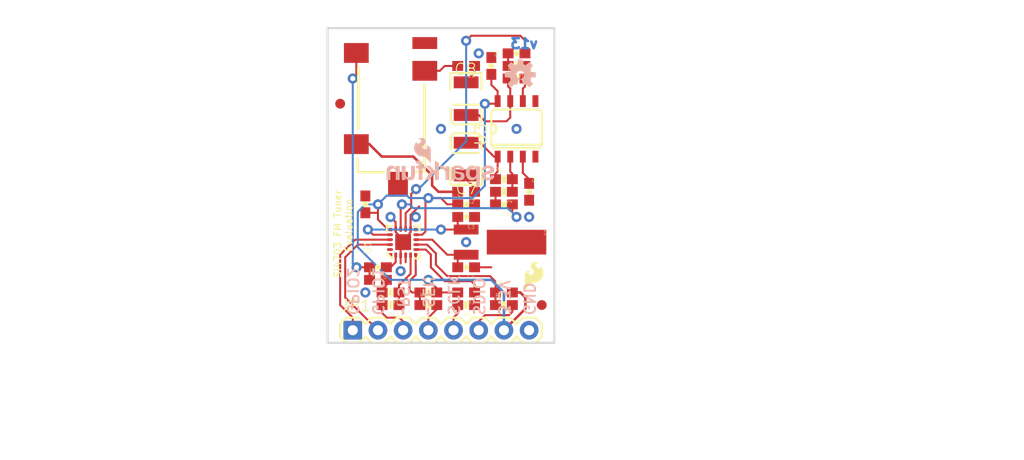
<source format=kicad_pcb>
(kicad_pcb (version 20211014) (generator pcbnew)
  (layers (0 "F.Cu" signal) (31 "B.Cu" signal) (34 "B.Paste" user) (35 "F.Paste" user) (36 "B.SilkS" user "B.Silkscreen") (37 "F.SilkS" user "F.Silkscreen") (38 "B.Mask" user) (39 "F.Mask" user) (44 "Edge.Cuts" user))
  (net 0 "")
  (net 1 "GND")
  (net 2 "N$1")
  (net 3 "N$2")
  (net 4 "N$3")
  (net 5 "LA")
  (net 6 "RA")
  (net 7 "ANT")
  (net 8 "~{RST-L}")
  (net 9 "~{SEN-L}")
  (net 10 "SCLK-L")
  (net 11 "SDIO-L")
  (net 12 "N$5")
  (net 13 "N$6")
  (net 14 "N$8")
  (net 15 "N$11")
  (net 16 "N$12")
  (net 17 "N$13")
  (net 18 "N$14")
  (net 19 "LOUT")
  (net 20 "ROUT")
  (net 21 "~{RST}")
  (net 22 "~{SEN}")
  (net 23 "SCLK")
  (net 24 "SDIO")
  (net 25 "GPIO1")
  (net 26 "GPIO2")
  (net 27 "3.3V")
  (net 28 "N$4")
  (net 29 "N$7")
  (footprint "boardEagle:0603" (layer "F.Cu") (at 151.0411 92.9386 180)
    (fp_text reference "L3" (at -0.889 -0.762 180) (layer "F.SilkS") (effects (font (size 0.373888 0.373888) (thickness 0.032512)) (justify right top)))
    (fp_text value "Ferrite 2.5k")
    (pad "1" smd rect (at -0.85 0 180) (size 1.1 1) (layers "F.Cu" "F.Paste" "F.Mask") (net 29 "N$7"))
    (pad "2" smd rect (at 0.85 0 180) (size 1.1 1) (layers "F.Cu" "F.Paste" "F.Mask") (net 6 "RA"))
  )
  (footprint "boardEagle:REVISION" (layer "F.Cu") (at 135.8011 132.3086)
    (fp_text reference "U$1" hide)
    (fp_text value "REVISION" hide)
  )
  (footprint "boardEagle:0603-RES" (layer "F.Cu") (at 143.4211 115.7986 180)
    (fp_text reference "R1" (at -0.889 -0.762 180) (layer "F.SilkS") (effects (font (size 0.373888 0.373888) (thickness 0.032512)) (justify right top)))
    (fp_text value "10k")
    (pad "1" smd rect (at -0.85 0 180) (size 1.1 1) (layers "F.Cu" "F.Paste" "F.Mask") (net 8 "~{RST-L}"))
    (pad "2" smd rect (at 0.85 0 180) (size 1.1 1) (layers "F.Cu" "F.Paste" "F.Mask") (net 1 "GND"))
  )
  (footprint "boardEagle:0603-CAP" (layer "F.Cu") (at 153.5811 92.9386 -90)
    (fp_text reference "C6" (at -0.889 -0.762 -90) (layer "F.SilkS") (effects (font (size 0.373888 0.373888) (thickness 0.032512)) (justify left bottom)))
    (fp_text value "0.1uF")
    (pad "1" smd rect (at -0.85 0 270) (size 1.1 1) (layers "F.Cu" "F.Paste" "F.Mask") (net 1 "GND"))
    (pad "2" smd rect (at 0.85 0 270) (size 1.1 1) (layers "F.Cu" "F.Paste" "F.Mask") (net 27 "3.3V"))
  )
  (footprint "boardEagle:0603-CAP" (layer "F.Cu") (at 140.8811 106.9086 90)
    (fp_text reference "C2" (at -0.889 -0.762 90) (layer "F.SilkS") (effects (font (size 0.373888 0.373888) (thickness 0.032512)) (justify left bottom)))
    (fp_text value "22nF")
    (pad "1" smd rect (at -0.85 0 90) (size 1.1 1) (layers "F.Cu" "F.Paste" "F.Mask") (net 27 "3.3V"))
    (pad "2" smd rect (at 0.85 0 90) (size 1.1 1) (layers "F.Cu" "F.Paste" "F.Mask") (net 1 "GND"))
  )
  (footprint "boardEagle:0603-RES" (layer "F.Cu") (at 154.8511 117.0686)
    (fp_text reference "R9" (at -0.889 -0.762) (layer "F.SilkS") (effects (font (size 0.373888 0.373888) (thickness 0.032512)) (justify left bottom)))
    (fp_text value "330")
    (pad "1" smd rect (at -0.85 0) (size 1.1 1) (layers "F.Cu" "F.Paste" "F.Mask") (net 11 "SDIO-L"))
    (pad "2" smd rect (at 0.85 0) (size 1.1 1) (layers "F.Cu" "F.Paste" "F.Mask") (net 24 "SDIO"))
  )
  (footprint "boardEagle:0603-CAP" (layer "F.Cu") (at 151.0411 106.9086)
    (fp_text reference "C1" (at -0.889 -0.762) (layer "F.SilkS") (effects (font (size 0.373888 0.373888) (thickness 0.032512)) (justify left bottom)))
    (fp_text value "0.1uF")
    (pad "1" smd rect (at -0.85 0) (size 1.1 1) (layers "F.Cu" "F.Paste" "F.Mask") (net 27 "3.3V"))
    (pad "2" smd rect (at 0.85 0) (size 1.1 1) (layers "F.Cu" "F.Paste" "F.Mask") (net 1 "GND"))
  )
  (footprint "boardEagle:SFE-LOGO-FLAME" (layer "F.Cu") (at 156.9619 115.5243)
    (fp_text reference "JP3" hide)
    (fp_text value "LOGO-SFESK" hide)
  )
  (footprint "boardEagle:0603-CAP" (layer "F.Cu") (at 142.1511 113.2586 180)
    (fp_text reference "C5" (at -0.889 -0.762 180) (layer "F.SilkS") (effects (font (size 0.373888 0.373888) (thickness 0.032512)) (justify right top)))
    (fp_text value "1nF")
    (pad "1" smd rect (at -0.85 0 180) (size 1.1 1) (layers "F.Cu" "F.Paste" "F.Mask") (net 7 "ANT"))
    (pad "2" smd rect (at 0.85 0 180) (size 1.1 1) (layers "F.Cu" "F.Paste" "F.Mask") (net 4 "N$3"))
  )
  (footprint "boardEagle:0603-RES" (layer "F.Cu") (at 154.8511 105.6386 180)
    (fp_text reference "R4" (at -0.889 -0.762 180) (layer "F.SilkS") (effects (font (size 0.373888 0.373888) (thickness 0.032512)) (justify right top)))
    (fp_text value "20k")
    (pad "1" smd rect (at -0.85 0 180) (size 1.1 1) (layers "F.Cu" "F.Paste" "F.Mask") (net 15 "N$11"))
    (pad "2" smd rect (at 0.85 0 180) (size 1.1 1) (layers "F.Cu" "F.Paste" "F.Mask") (net 17 "N$13"))
  )
  (footprint "boardEagle:0603" (layer "F.Cu") (at 151.0411 115.7986 180)
    (fp_text reference "R3" (at -0.889 -0.762 180) (layer "F.SilkS") (effects (font (size 0.373888 0.373888) (thickness 0.032512)) (justify right top)))
    (fp_text value "4.7k")
    (pad "1" smd rect (at -0.85 0 180) (size 1.1 1) (layers "F.Cu" "F.Paste" "F.Mask") (net 10 "SCLK-L"))
    (pad "2" smd rect (at 0.85 0 180) (size 1.1 1) (layers "F.Cu" "F.Paste" "F.Mask") (net 27 "3.3V"))
  )
  (footprint "boardEagle:0603" (layer "F.Cu") (at 154.8511 115.7986)
    (fp_text reference "R8" (at -0.889 -0.762) (layer "F.SilkS") (effects (font (size 0.373888 0.373888) (thickness 0.032512)) (justify left bottom)))
    (fp_text value "4.7k")
    (pad "1" smd rect (at -0.85 0) (size 1.1 1) (layers "F.Cu" "F.Paste" "F.Mask") (net 11 "SDIO-L"))
    (pad "2" smd rect (at 0.85 0) (size 1.1 1) (layers "F.Cu" "F.Paste" "F.Mask") (net 27 "3.3V"))
  )
  (footprint "boardEagle:0603" (layer "F.Cu") (at 142.1511 114.5286)
    (fp_text reference "L1" (at -0.889 -0.762) (layer "F.SilkS") (effects (font (size 0.373888 0.373888) (thickness 0.032512)) (justify left bottom)))
    (fp_text value "270nH")
    (pad "1" smd rect (at -0.85 0) (size 1.1 1) (layers "F.Cu" "F.Paste" "F.Mask") (net 4 "N$3"))
    (pad "2" smd rect (at 0.85 0) (size 1.1 1) (layers "F.Cu" "F.Paste" "F.Mask") (net 1 "GND"))
  )
  (footprint "boardEagle:0603-RES" (layer "F.Cu") (at 143.4211 117.0686 180)
    (fp_text reference "R12" (at -0.889 -0.762 180) (layer "F.SilkS") (effects (font (size 0.373888 0.373888) (thickness 0.032512)) (justify right top)))
    (fp_text value "330")
    (pad "1" smd rect (at -0.85 0 180) (size 1.1 1) (layers "F.Cu" "F.Paste" "F.Mask") (net 8 "~{RST-L}"))
    (pad "2" smd rect (at 0.85 0 180) (size 1.1 1) (layers "F.Cu" "F.Paste" "F.Mask") (net 21 "~{RST}"))
  )
  (footprint "boardEagle:0603-RES" (layer "F.Cu") (at 147.2311 115.7986)
    (fp_text reference "R2" (at -0.889 -0.762) (layer "F.SilkS") (effects (font (size 0.373888 0.373888) (thickness 0.032512)) (justify left bottom)))
    (fp_text value "10k")
    (pad "1" smd rect (at -0.85 0) (size 1.1 1) (layers "F.Cu" "F.Paste" "F.Mask") (net 9 "~{SEN-L}"))
    (pad "2" smd rect (at 0.85 0) (size 1.1 1) (layers "F.Cu" "F.Paste" "F.Mask") (net 27 "3.3V"))
  )
  (footprint "boardEagle:FIDUCIAL-1X2" (layer "F.Cu") (at 158.6611 117.0686)
    (fp_text reference "JP4" hide)
    (fp_text value "FIDUCIAL1X2" hide)
    (pad "1" smd roundrect (at 0 0) (size 1 1) (layers "F.Cu" "F.Mask") (roundrect_rratio 0.5))
  )
  (footprint "boardEagle:0603-CAP" (layer "F.Cu") (at 151.0411 113.2586 180)
    (fp_text reference "C4" (at -0.889 -0.762 180) (layer "F.SilkS") (effects (font (size 0.373888 0.373888) (thickness 0.032512)) (justify right top)))
    (fp_text value "22pF")
    (pad "1" smd rect (at -0.85 0 180) (size 1.1 1) (layers "F.Cu" "F.Paste" "F.Mask") (net 1 "GND"))
    (pad "2" smd rect (at 0.85 0 180) (size 1.1 1) (layers "F.Cu" "F.Paste" "F.Mask") (net 2 "N$1"))
  )
  (footprint "boardEagle:EIA3528" (layer "F.Cu") (at 151.0411 102.3366 90)
    (fp_text reference "C7" (at -2.27 1.27 180) (layer "F.SilkS") (effects (font (size 1.1684 1.1684) (thickness 0.1016)) (justify right top)))
    (fp_text value "47uF")
    (pad "A" smd rect (at 1.65 0 180) (size 2.5 1.2) (layers "F.Cu" "F.Paste" "F.Mask") (net 12 "N$5"))
    (pad "C" smd rect (at -1.65 0 180) (size 2.5 1.2) (layers "F.Cu" "F.Paste" "F.Mask") (net 28 "N$4"))
  )
  (footprint "boardEagle:0603-CAP" (layer "F.Cu") (at 154.8511 106.9086 180)
    (fp_text reference "C10" (at -0.889 -0.762 180) (layer "F.SilkS") (effects (font (size 0.373888 0.373888) (thickness 0.032512)) (justify right top)))
    (fp_text value "1uF")
    (pad "1" smd rect (at -0.85 0 180) (size 1.1 1) (layers "F.Cu" "F.Paste" "F.Mask") (net 19 "LOUT"))
    (pad "2" smd rect (at 0.85 0 180) (size 1.1 1) (layers "F.Cu" "F.Paste" "F.Mask") (net 17 "N$13"))
  )
  (footprint "boardEagle:0603-RES" (layer "F.Cu") (at 147.2311 117.0686)
    (fp_text reference "R11" (at -0.889 -0.762) (layer "F.SilkS") (effects (font (size 0.373888 0.373888) (thickness 0.032512)) (justify left bottom)))
    (fp_text value "330")
    (pad "1" smd rect (at -0.85 0) (size 1.1 1) (layers "F.Cu" "F.Paste" "F.Mask") (net 9 "~{SEN-L}"))
    (pad "2" smd rect (at 0.85 0) (size 1.1 1) (layers "F.Cu" "F.Paste" "F.Mask") (net 22 "~{SEN}"))
  )
  (footprint "boardEagle:SO08-TIGHT" (layer "F.Cu") (at 156.1211 99.2886)
    (fp_text reference "U3" (at -2.921 1.778 90) (layer "F.SilkS") (effects (font (size 1.143 1.143) (thickness 0.127)) (justify left bottom)))
    (fp_text value "TPA6111")
    (pad "1" smd rect (at -1.905 2.8) (size 0.6 1.2) (layers "F.Cu" "F.Paste" "F.Mask") (net 12 "N$5"))
    (pad "2" smd rect (at -0.635 2.8) (size 0.6 1.2) (layers "F.Cu" "F.Paste" "F.Mask") (net 15 "N$11"))
    (pad "3" smd rect (at 0.635 2.8) (size 0.6 1.2) (layers "F.Cu" "F.Paste" "F.Mask") (net 14 "N$8"))
    (pad "4" smd rect (at 1.905 2.8) (size 0.6 1.2) (layers "F.Cu" "F.Paste" "F.Mask") (net 1 "GND"))
    (pad "5" smd rect (at 1.905 -2.8) (size 0.6 1.2) (layers "F.Cu" "F.Paste" "F.Mask") (net 1 "GND"))
    (pad "6" smd rect (at 0.635 -2.8) (size 0.6 1.2) (layers "F.Cu" "F.Paste" "F.Mask") (net 16 "N$12"))
    (pad "7" smd rect (at -0.635 -2.8) (size 0.6 1.2) (layers "F.Cu" "F.Paste" "F.Mask") (net 13 "N$6"))
    (pad "8" smd rect (at -1.905 -2.8) (size 0.6 1.2) (layers "F.Cu" "F.Paste" "F.Mask") (net 27 "3.3V"))
  )
  (footprint "boardEagle:AUDIO-JACK-3.5MM-SMD" (layer "F.Cu") (at 143.4211 89.1286 -90)
    (fp_text reference "U4" hide)
    (fp_text value "" hide)
    (pad "" np_thru_hole circle (at 3.5 0 270) (size 2 2) (drill 2) (layers *.Cu *.Mask))
    (pad "" np_thru_hole circle (at 10.5 0 270) (size 2 2) (drill 2) (layers *.Cu *.Mask))
    (pad "RING" smd rect (at 4.3 -3.45 270) (size 2 2.5) (layers "F.Cu" "F.Paste" "F.Mask") (net 6 "RA"))
    (pad "RSH" smd rect (at 1.5 -3.45 90) (size 1.2 2.5) (layers "F.Cu" "F.Paste" "F.Mask"))
    (pad "SLEEVE" smd rect (at 2.5 3.45 270) (size 2 2.5) (layers "F.Cu" "F.Paste" "F.Mask") (net 4 "N$3"))
    (pad "TIP" smd rect (at 11.7 3.45 270) (size 2 2.5) (layers "F.Cu" "F.Paste" "F.Mask") (net 5 "LA"))
    (pad "TSH" smd rect (at 15.75 -0.75) (size 2 2.5) (layers "F.Cu" "F.Paste" "F.Mask"))
  )
  (footprint "boardEagle:0603-RES" (layer "F.Cu") (at 154.8511 104.3686)
    (fp_text reference "R6" (at -0.889 -0.762) (layer "F.SilkS") (effects (font (size 0.373888 0.373888) (thickness 0.032512)) (justify left bottom)))
    (fp_text value "20k")
    (pad "1" smd rect (at -0.85 0) (size 1.1 1) (layers "F.Cu" "F.Paste" "F.Mask") (net 12 "N$5"))
    (pad "2" smd rect (at 0.85 0) (size 1.1 1) (layers "F.Cu" "F.Paste" "F.Mask") (net 15 "N$11"))
  )
  (footprint "boardEagle:0603-RES" (layer "F.Cu") (at 156.1211 92.9386 180)
    (fp_text reference "R5" (at -0.889 -0.762 180) (layer "F.SilkS") (effects (font (size 0.373888 0.373888) (thickness 0.032512)) (justify right top)))
    (fp_text value "20k")
    (pad "1" smd rect (at -0.85 0 180) (size 1.1 1) (layers "F.Cu" "F.Paste" "F.Mask") (net 16 "N$12"))
    (pad "2" smd rect (at 0.85 0 180) (size 1.1 1) (layers "F.Cu" "F.Paste" "F.Mask") (net 18 "N$14"))
  )
  (footprint "boardEagle:0603-CAP" (layer "F.Cu") (at 151.0411 108.1786 180)
    (fp_text reference "C3" (at -0.889 -0.762 180) (layer "F.SilkS") (effects (font (size 0.373888 0.373888) (thickness 0.032512)) (justify right top)))
    (fp_text value "22pF")
    (pad "1" smd rect (at -0.85 0 180) (size 1.1 1) (layers "F.Cu" "F.Paste" "F.Mask") (net 1 "GND"))
    (pad "2" smd rect (at 0.85 0 180) (size 1.1 1) (layers "F.Cu" "F.Paste" "F.Mask") (net 3 "N$2"))
  )
  (footprint "boardEagle:SI470X" (layer "F.Cu") (at 144.6911 110.7186 90)
    (fp_text reference "U1" (at -1.27 -3.175 90) (layer "F.SilkS") (effects (font (size 0.70104 0.70104) (thickness 0.06096)) (justify left bottom)))
    (fp_text value "SI4703")
    (pad "1" smd rect (at -1.275 -1.265 90) (size 0.34 0.34) (layers "F.Cu" "F.Paste" "F.Mask"))
    (pad "2" smd roundrect (at -1.335 -0.75) (size 0.28 0.61) (layers "F.Cu" "F.Paste" "F.Mask") (roundrect_rratio 0.475) (net 7 "ANT"))
    (pad "3" smd roundrect (at -1.335 -0.25) (size 0.28 0.61) (layers "F.Cu" "F.Paste" "F.Mask") (roundrect_rratio 0.475) (net 1 "GND"))
    (pad "4" smd roundrect (at -1.335 0.25) (size 0.28 0.61) (layers "F.Cu" "F.Paste" "F.Mask") (roundrect_rratio 0.475) (net 1 "GND"))
    (pad "5" smd roundrect (at -1.335 0.75) (size 0.28 0.61) (layers "F.Cu" "F.Paste" "F.Mask") (roundrect_rratio 0.475) (net 8 "~{RST-L}"))
    (pad "6" smd rect (at -1.265 1.265 90) (size 0.34 0.34) (layers "F.Cu" "F.Paste" "F.Mask") (net 9 "~{SEN-L}"))
    (pad "7" smd roundrect (at -0.75 1.335 270) (size 0.28 0.61) (layers "F.Cu" "F.Paste" "F.Mask") (roundrect_rratio 0.475) (net 10 "SCLK-L"))
    (pad "8" smd roundrect (at -0.25 1.335 270) (size 0.28 0.61) (layers "F.Cu" "F.Paste" "F.Mask") (roundrect_rratio 0.475) (net 11 "SDIO-L"))
    (pad "9" smd roundrect (at 0.25 1.335 270) (size 0.28 0.61) (layers "F.Cu" "F.Paste" "F.Mask") (roundrect_rratio 0.475) (net 2 "N$1"))
    (pad "10" smd roundrect (at 0.75 1.335 270) (size 0.28 0.61) (layers "F.Cu" "F.Paste" "F.Mask") (roundrect_rratio 0.475) (net 27 "3.3V"))
    (pad "11" smd rect (at 1.265 1.265 90) (size 0.34 0.34) (layers "F.Cu" "F.Paste" "F.Mask") (net 27 "3.3V"))
    (pad "12" smd roundrect (at 1.335 0.75 180) (size 0.28 0.61) (layers "F.Cu" "F.Paste" "F.Mask") (roundrect_rratio 0.475) (net 1 "GND"))
    (pad "13" smd roundrect (at 1.335 0.25 180) (size 0.28 0.61) (layers "F.Cu" "F.Paste" "F.Mask") (roundrect_rratio 0.475) (net 20 "ROUT"))
    (pad "14" smd roundrect (at 1.335 -0.25 180) (size 0.28 0.61) (layers "F.Cu" "F.Paste" "F.Mask") (roundrect_rratio 0.475) (net 19 "LOUT"))
    (pad "15" smd roundrect (at 1.335 -0.75 180) (size 0.28 0.61) (layers "F.Cu" "F.Paste" "F.Mask") (roundrect_rratio 0.475) (net 1 "GND"))
    (pad "16" smd rect (at 1.265 -1.265 90) (size 0.34 0.34) (layers "F.Cu" "F.Paste" "F.Mask") (net 27 "3.3V"))
    (pad "17" smd roundrect (at 0.75 -1.335 90) (size 0.28 0.61) (layers "F.Cu" "F.Paste" "F.Mask") (roundrect_rratio 0.475) (net 3 "N$2"))
    (pad "18" smd roundrect (at 0.25 -1.335 90) (size 0.28 0.61) (layers "F.Cu" "F.Paste" "F.Mask") (roundrect_rratio 0.475) (net 26 "GPIO2"))
    (pad "19" smd roundrect (at -0.25 -1.335 90) (size 0.28 0.61) (layers "F.Cu" "F.Paste" "F.Mask") (roundrect_rratio 0.475) (net 25 "GPIO1"))
    (pad "20" smd roundrect (at -0.75 -1.335 90) (size 0.28 0.61) (layers "F.Cu" "F.Paste" "F.Mask") (roundrect_rratio 0.475))
    (pad "21" smd roundrect (at 0 0 90) (size 1.6 1.6) (layers "F.Cu") (roundrect_rratio 0.05) (net 1 "GND"))
  )
  (footprint "boardEagle:0603" (layer "F.Cu") (at 151.0411 105.6386 180)
    (fp_text reference "L2" (at -0.889 -0.762 180) (layer "F.SilkS") (effects (font (size 0.373888 0.373888) (thickness 0.032512)) (justify right top)))
    (fp_text value "Ferrite 2.5k")
    (pad "1" smd rect (at -0.85 0 180) (size 1.1 1) (layers "F.Cu" "F.Paste" "F.Mask") (net 28 "N$4"))
    (pad "2" smd rect (at 0.85 0 180) (size 1.1 1) (layers "F.Cu" "F.Paste" "F.Mask") (net 5 "LA"))
  )
  (footprint "boardEagle:CREATIVE_COMMONS" (layer "F.Cu") (at 124.3711 129.7686)
    (fp_text reference "FRAME2" hide)
    (fp_text value "FRAME-LETTER" hide)
  )
  (footprint "boardEagle:FIDUCIAL-1X2" (layer "F.Cu") (at 138.3411 96.7486)
    (fp_text reference "JP5" hide)
    (fp_text value "FIDUCIAL1X2" hide)
    (pad "1" smd roundrect (at 0 0) (size 1 1) (layers "F.Cu" "F.Mask") (roundrect_rratio 0.5))
  )
  (footprint "boardEagle:1X08" (layer "F.Cu") (at 139.6111 119.6086)
    (fp_text reference "JP1" (at -1.3462 -1.8288) (layer "F.SilkS") (effects (font (size 1.143 1.143) (thickness 0.127)) (justify left bottom)))
    (fp_text value "")
    (pad "1" thru_hole rect (at 0 0 90) (size 1.8796 1.8796) (drill 1.016) (layers *.Cu *.Mask) (net 26 "GPIO2"))
    (pad "2" thru_hole circle (at 2.54 0 90) (size 1.8796 1.8796) (drill 1.016) (layers *.Cu *.Mask) (net 25 "GPIO1"))
    (pad "3" thru_hole circle (at 5.08 0 90) (size 1.8796 1.8796) (drill 1.016) (layers *.Cu *.Mask) (net 21 "~{RST}"))
    (pad "4" thru_hole circle (at 7.62 0 90) (size 1.8796 1.8796) (drill 1.016) (layers *.Cu *.Mask) (net 22 "~{SEN}"))
    (pad "5" thru_hole circle (at 10.16 0 90) (size 1.8796 1.8796) (drill 1.016) (layers *.Cu *.Mask) (net 23 "SCLK"))
    (pad "6" thru_hole circle (at 12.7 0 90) (size 1.8796 1.8796) (drill 1.016) (layers *.Cu *.Mask) (net 24 "SDIO"))
    (pad "7" thru_hole circle (at 15.24 0 90) (size 1.8796 1.8796) (drill 1.016) (layers *.Cu *.Mask) (net 27 "3.3V"))
    (pad "8" thru_hole circle (at 17.78 0 90) (size 1.8796 1.8796) (drill 1.016) (layers *.Cu *.Mask) (net 1 "GND"))
  )
  (footprint "boardEagle:0603-RES" (layer "F.Cu") (at 151.0411 117.0686 180)
    (fp_text reference "R10" (at -0.889 -0.762 180) (layer "F.SilkS") (effects (font (size 0.373888 0.373888) (thickness 0.032512)) (justify right top)))
    (fp_text value "330")
    (pad "1" smd rect (at -0.85 0 180) (size 1.1 1) (layers "F.Cu" "F.Paste" "F.Mask") (net 10 "SCLK-L"))
    (pad "2" smd rect (at 0.85 0 180) (size 1.1 1) (layers "F.Cu" "F.Paste" "F.Mask") (net 23 "SCLK"))
  )
  (footprint "boardEagle:CRYSTAL-32KHZ-SMD" (layer "F.Cu") (at 151.0411 110.7186 -90)
    (fp_text reference "Y1" (at -0.635 -8.255 -90) (layer "F.SilkS") (effects (font (size 0.373888 0.373888) (thickness 0.032512)) (justify left bottom)))
    (fp_text value "32.768kHz")
    (pad "SHEILD" smd rect (at 0 -5.08 270) (size 2.5 6) (layers "F.Cu" "F.Paste" "F.Mask"))
    (pad "X1" smd rect (at -1.27 0 270) (size 1 2.5) (layers "F.Cu" "F.Paste" "F.Mask") (net 3 "N$2"))
    (pad "X2" smd rect (at 1.27 0 270) (size 1 2.5) (layers "F.Cu" "F.Paste" "F.Mask") (net 2 "N$1"))
  )
  (footprint "boardEagle:0603-CAP" (layer "F.Cu") (at 157.3911 105.6386 -90)
    (fp_text reference "C9" (at -0.889 -0.762 -90) (layer "F.SilkS") (effects (font (size 0.373888 0.373888) (thickness 0.032512)) (justify left bottom)))
    (fp_text value "0.1uF")
    (pad "1" smd rect (at -0.85 0 270) (size 1.1 1) (layers "F.Cu" "F.Paste" "F.Mask") (net 14 "N$8"))
    (pad "2" smd rect (at 0.85 0 270) (size 1.1 1) (layers "F.Cu" "F.Paste" "F.Mask") (net 1 "GND"))
  )
  (footprint "boardEagle:0603-RES" (layer "F.Cu") (at 156.1211 94.2086)
    (fp_text reference "R7" (at -0.889 -0.762) (layer "F.SilkS") (effects (font (size 0.373888 0.373888) (thickness 0.032512)) (justify left bottom)))
    (fp_text value "20k")
    (pad "1" smd rect (at -0.85 0) (size 1.1 1) (layers "F.Cu" "F.Paste" "F.Mask") (net 13 "N$6"))
    (pad "2" smd rect (at 0.85 0) (size 1.1 1) (layers "F.Cu" "F.Paste" "F.Mask") (net 16 "N$12"))
  )
  (footprint "boardEagle:0603-CAP" (layer "F.Cu") (at 156.1211 91.6686 180)
    (fp_text reference "C11" (at -0.889 -0.762 180) (layer "F.SilkS") (effects (font (size 0.373888 0.373888) (thickness 0.032512)) (justify right top)))
    (fp_text value "1uF")
    (pad "1" smd rect (at -0.85 0 180) (size 1.1 1) (layers "F.Cu" "F.Paste" "F.Mask") (net 20 "ROUT"))
    (pad "2" smd rect (at 0.85 0 180) (size 1.1 1) (layers "F.Cu" "F.Paste" "F.Mask") (net 18 "N$14"))
  )
  (footprint "boardEagle:EIA3528" (layer "F.Cu") (at 151.0411 96.2406 -90)
    (fp_text reference "C8" (at -2.27 1.27) (layer "F.SilkS") (effects (font (size 1.1684 1.1684) (thickness 0.1016)) (justify left bottom)))
    (fp_text value "47uF")
    (pad "A" smd rect (at 1.65 0) (size 2.5 1.2) (layers "F.Cu" "F.Paste" "F.Mask") (net 13 "N$6"))
    (pad "C" smd rect (at -1.65 0) (size 2.5 1.2) (layers "F.Cu" "F.Paste" "F.Mask") (net 29 "N$7"))
  )
  (footprint "boardEagle:SFE_LOGO_NAME_FLAME_.1" (layer "B.Cu") (at 154.3431 105.3846 180)
    (fp_text reference "LOGO1" hide)
    (fp_text value "SFE_LOGO_NAME_FLAME.1_INCH" hide)
  )
  (footprint "boardEagle:OSHW-LOGO-S" (layer "B.Cu") (at 156.5021 93.8276 180)
    (fp_text reference "LOGO2" hide)
    (fp_text value "OSHW-LOGOS" hide)
  )
  (gr_line (start 137.0711 89.1286) (end 137.0711 120.8786) (layer "Edge.Cuts") (width 0.2032))
  (gr_line (start 159.9311 89.1286) (end 137.0711 89.1286) (layer "Edge.Cuts") (width 0.2032))
  (gr_line (start 159.9311 120.8786) (end 159.9311 89.1286) (layer "Edge.Cuts") (width 0.2032))
  (gr_line (start 137.0711 120.8786) (end 159.9311 120.8786) (layer "Edge.Cuts") (width 0.2032))
  (gr_text "v13" (at 158.4071 91.2876) (layer "B.Cu") (effects (font (size 1.016 1.016) (thickness 0.254)) (justify left bottom mirror)))
  (gr_text "SCLK" (at 149.1361 118.2116 -90) (layer "B.SilkS") (effects (font (size 1.0795 1.0795) (thickness 0.1905)) (justify left bottom mirror)))
  (gr_text "GPIO1" (at 141.5161 118.2116 -90) (layer "B.SilkS") (effects (font (size 1.0795 1.0795) (thickness 0.1905)) (justify left bottom mirror)))
  (gr_text "~RST" (at 144.0561 118.2116 -90) (layer "B.SilkS") (effects (font (size 1.0795 1.0795) (thickness 0.1905)) (justify left bottom mirror)))
  (gr_text "GND" (at 156.7561 118.2116 -90) (layer "B.SilkS") (effects (font (size 1.0795 1.0795) (thickness 0.1905)) (justify left bottom mirror)))
  (gr_text "3.3V" (at 154.2161 118.2116 -90) (layer "B.SilkS") (effects (font (size 1.0795 1.0795) (thickness 0.1905)) (justify left bottom mirror)))
  (gr_text "SDIO" (at 151.6761 118.2116 -90) (layer "B.SilkS") (effects (font (size 1.0795 1.0795) (thickness 0.1905)) (justify left bottom mirror)))
  (gr_text "GPIO2" (at 138.9761 118.2116 -90) (layer "B.SilkS") (effects (font (size 1.0795 1.0795) (thickness 0.1905)) (justify left bottom mirror)))
  (gr_text "~SEN" (at 146.5961 118.2116 -90) (layer "B.SilkS") (effects (font (size 1.0795 1.0795) (thickness 0.1905)) (justify left bottom mirror)))
  (gr_text "Si4703 FM Tuner\n     Evaluation" (at 139.6111 114.4016 90) (layer "F.SilkS") (effects (font (size 0.69088 0.69088) (thickness 0.12192)) (justify left bottom)))
  (segment (start 144.9411 112.0536) (end 144.9451 112.0576) (width 0.2032) (layer "F.Cu") (net 1))
  (segment (start 142.5711 115.5056) (end 143.0011 115.0756) (width 0.2032) (layer "F.Cu") (net 1))
  (segment (start 144.9451 112.0576) (end 144.9451 112.7506) (width 0.2032) (layer "F.Cu") (net 1))
  (segment (start 144.4371 112.0496) (end 144.4371 112.8776) (width 0.2032) (layer "F.Cu") (net 1))
  (segment (start 144.6911 110.7186) (end 144.1831 110.2106) (width 0.2032) (layer "F.Cu") (net 1))
  (segment (start 145.3261 110.0836) (end 145.3261 109.8296) (width 0.2032) (layer "F.Cu") (net 1))
  (segment (start 144.6911 110.9726) (end 144.6911 110.7186) (width 0.2032) (layer "F.Cu") (net 1))
  (segment (start 144.4411 112.0536) (end 144.4371 112.0496) (width 0.2032) (layer "F.Cu") (net 1))
  (segment (start 144.6911 110.7186) (end 145.3261 110.0836) (width 0.2032) (layer "F.Cu") (net 1))
  (segment (start 142.5711 115.7986) (end 142.5711 115.5056) (width 0.2032) (layer "F.Cu") (net 1))
  (segment (start 144.4371 111.2266) (end 144.6911 110.9726) (width 0.2032) (layer "F.Cu") (net 1))
  (segment (start 145.4411 109.7146) (end 145.4411 109.3836) (width 0.2032) (layer "F.Cu") (net 1))
  (segment (start 143.9291 109.4486) (end 143.9291 108.6866) (width 0.2032) (layer "F.Cu") (net 1))
  (segment (start 145.3261 109.8296) (end 145.4411 109.7146) (width 0.2032) (layer "F.Cu") (net 1))
  (segment (start 151.8911 113.2586) (end 153.5811 113.2586) (width 0.2032) (layer "F.Cu") (net 1))
  (segment (start 143.9411 109.7146) (end 144.1831 109.9566) (width 0.2032) (layer "F.Cu") (net 1))
  (segment (start 145.4411 107.9773) (end 146.3091 107.1093) (width 0.2032) (layer "F.Cu") (net 1))
  (segment (start 143.9411 109.7146) (end 143.9411 109.3836) (width 0.2032) (layer "F.Cu") (net 1))
  (segment (start 143.9411 109.4366) (end 143.9291 109.4486) (width 0.2032) (layer "F.Cu") (net 1))
  (segment (start 143.9291 108.6866) (end 143.4211 108.1786) (width 0.2032) (layer "F.Cu") (net 1))
  (segment (start 145.4411 109.3836) (end 145.4411 107.9773) (width 0.2032) (layer "F.Cu") (net 1))
  (segment (start 144.4371 112.0496) (end 144.4371 111.2266) (width 0.2032) (layer "F.Cu") (net 1))
  (segment (start 143.9411 109.3836) (end 143.9411 109.4366) (width 0.2032) (layer "F.Cu") (net 1))
  (segment (start 143.0011 114.5286) (end 143.0011 115.0756) (width 0.2032) (layer "F.Cu") (net 1))
  (via (at 156.1211 99.2886) (size 1.016) (drill 0.508) (layers "F.Cu" "B.Cu") (net 1))
  (via (at 151.0411 110.7186) (size 1.016) (drill 0.508) (layers "F.Cu" "B.Cu") (net 1))
  (via (at 140.8811 115.7986) (size 1.016) (drill 0.508) (layers "F.Cu" "B.Cu") (net 1))
  (via (at 143.4211 108.1786) (size 1.016) (drill 0.508) (layers "F.Cu" "B.Cu") (net 1))
  (via (at 157.3911 108.1786) (size 1.016) (drill 0.508) (layers "F.Cu" "B.Cu") (net 1))
  (via (at 152.3111 91.6686) (size 1.016) (drill 0.508) (layers "F.Cu" "B.Cu") (net 1))
  (via (at 148.5011 99.2886) (size 1.016) (drill 0.508) (layers "F.Cu" "B.Cu") (net 1))
  (via (at 145.9611 108.1786) (size 1.016) (drill 0.508) (layers "F.Cu" "B.Cu") (net 1))
  (via (at 144.4371 113.6396) (size 1.016) (drill 0.508) (layers "F.Cu" "B.Cu") (net 1))
  (segment (start 149.1361 111.9886) (end 150.2791 111.9886) (width 0.2032) (layer "F.Cu") (net 2))
  (segment (start 150.1911 113.2586) (end 150.1911 112.0766) (width 0.2032) (layer "F.Cu") (net 2))
  (segment (start 150.1911 112.0766) (end 150.2791 111.9886) (width 0.2032) (layer "F.Cu") (net 2))
  (segment (start 147.6161 110.4686) (end 149.1361 111.9886) (width 0.2032) (layer "F.Cu") (net 2))
  (segment (start 146.0261 110.4686) (end 147.6161 110.4686) (width 0.2032) (layer "F.Cu") (net 2))
  (segment (start 150.2791 111.9886) (end 151.0411 111.9886) (width 0.2032) (layer "F.Cu") (net 2))
  (segment (start 141.1351 109.4486) (end 141.6551 109.9686) (width 0.2032) (layer "F.Cu") (net 3))
  (segment (start 150.1911 108.1786) (end 150.1911 109.3606) (width 0.2032) (layer "F.Cu") (net 3))
  (segment (start 150.1911 109.3606) (end 150.2791 109.4486) (width 0.2032) (layer "F.Cu") (net 3))
  (segment (start 141.6551 109.9686) (end 143.3561 109.9686) (width 0.2032) (layer "F.Cu") (net 3))
  (segment (start 150.2791 109.4486) (end 148.5011 109.4486) (width 0.2032) (layer "F.Cu") (net 3))
  (segment (start 151.0411 109.4486) (end 150.2791 109.4486) (width 0.2032) (layer "F.Cu") (net 3))
  (via (at 141.1351 109.4486) (size 1.016) (drill 0.508) (layers "F.Cu" "B.Cu") (net 3))
  (via (at 148.5011 109.4486) (size 1.016) (drill 0.508) (layers "F.Cu" "B.Cu") (net 3))
  (segment (start 148.5011 109.4486) (end 141.1351 109.4486) (width 0.2032) (layer "B.Cu") (net 3))
  (segment (start 139.9711 91.6286) (end 139.9711 93.8486) (width 0.2032) (layer "F.Cu") (net 4))
  (segment (start 141.3011 113.2586) (end 139.9921 113.2586) (width 0.2032) (layer "F.Cu") (net 4))
  (segment (start 139.9711 93.8486) (end 139.6111 94.2086) (width 0.2032) (layer "F.Cu") (net 4))
  (segment (start 141.3011 114.5286) (end 141.3011 113.2586) (width 0.2032) (layer "F.Cu") (net 4))
  (via (at 139.6111 94.2086) (size 1.016) (drill 0.508) (layers "F.Cu" "B.Cu") (net 4))
  (via (at 139.9921 113.2586) (size 1.016) (drill 0.508) (layers "F.Cu" "B.Cu") (net 4))
  (segment (start 139.9921 113.2586) (end 139.6111 112.8776) (width 0.2032) (layer "B.Cu") (net 4))
  (segment (start 139.6111 112.8776) (end 139.6111 94.2086) (width 0.2032) (layer "B.Cu") (net 4))
  (segment (start 142.5321 102.0826) (end 145.7071 102.0826) (width 0.254) (layer "F.Cu") (net 5))
  (segment (start 139.9711 100.8286) (end 141.2781 100.8286) (width 0.254) (layer "F.Cu") (net 5))
  (segment (start 147.6121 103.9876) (end 147.6121 105.0036) (width 0.254) (layer "F.Cu") (net 5))
  (segment (start 145.7071 102.0826) (end 147.6121 103.9876) (width 0.254) (layer "F.Cu") (net 5))
  (segment (start 141.2781 100.8286) (end 142.5321 102.0826) (width 0.254) (layer "F.Cu") (net 5))
  (segment (start 148.2471 105.6386) (end 150.1911 105.6386) (width 0.254) (layer "F.Cu") (net 5))
  (segment (start 147.6121 105.0036) (end 148.2471 105.6386) (width 0.254) (layer "F.Cu") (net 5))
  (segment (start 146.8711 93.4286) (end 148.3921 93.4286) (width 0.2032) (layer "F.Cu") (net 6))
  (segment (start 150.1911 92.9386) (end 148.8821 92.9386) (width 0.2032) (layer "F.Cu") (net 6))
  (segment (start 148.8821 92.9386) (end 148.3921 93.4286) (width 0.2032) (layer "F.Cu") (net 6))
  (segment (start 143.9411 112.0536) (end 143.9411 112.7386) (width 0.2032) (layer "F.Cu") (net 7))
  (segment (start 143.9411 112.7386) (end 143.4211 113.2586) (width 0.2032) (layer "F.Cu") (net 7))
  (segment (start 143.4211 113.2586) (end 143.0011 113.2586) (width 0.2032) (layer "F.Cu") (net 7))
  (segment (start 145.4411 112.0536) (end 145.4411 113.9056) (width 0.2032) (layer "F.Cu") (net 8))
  (segment (start 144.2711 115.7986) (end 144.2711 115.0756) (width 0.2032) (layer "F.Cu") (net 8))
  (segment (start 144.2711 115.7986) (end 144.2711 117.0686) (width 0.2032) (layer "F.Cu") (net 8))
  (segment (start 145.4411 113.9056) (end 144.2711 115.0756) (width 0.2032) (layer "F.Cu") (net 8))
  (segment (start 145.9611 114.0206) (end 145.9611 113.3856) (width 0.2032) (layer "F.Cu") (net 9))
  (segment (start 146.3811 115.7986) (end 145.5801 115.7986) (width 0.2032) (layer "F.Cu") (net 9))
  (segment (start 145.3261 115.5446) (end 145.3261 114.6556) (width 0.2032) (layer "F.Cu") (net 9))
  (segment (start 145.5801 115.7986) (end 145.3261 115.5446) (width 0.2032) (layer "F.Cu") (net 9))
  (segment (start 145.3261 114.6556) (end 145.9611 114.0206) (width 0.2032) (layer "F.Cu") (net 9))
  (segment (start 146.3811 115.7986) (end 146.3811 117.0686) (width 0.2032) (layer "F.Cu") (net 9))
  (segment (start 145.9611 113.3856) (end 145.9561 113.3806) (width 0.2032) (layer "F.Cu") (net 9))
  (segment (start 145.9561 113.3806) (end 145.9561 111.9836) (width 0.2032) (layer "F.Cu") (net 9))
  (segment (start 147.4851 111.9886) (end 147.4851 113.2586) (width 0.2032) (layer "F.Cu") (net 10))
  (segment (start 151.8911 117.0686) (end 151.8911 115.7986) (width 0.2032) (layer "F.Cu") (net 10))
  (segment (start 147.4851 113.2586) (end 148.8821 114.6556) (width 0.2032) (layer "F.Cu") (net 10))
  (segment (start 148.8821 114.6556) (end 151.5491 114.6556) (width 0.2032) (layer "F.Cu") (net 10))
  (segment (start 151.8911 115.7986) (end 151.8911 114.9976) (width 0.2032) (layer "F.Cu") (net 10))
  (segment (start 147.4851 111.9886) (end 146.9651 111.4686) (width 0.2032) (layer "F.Cu") (net 10))
  (segment (start 151.8911 114.9976) (end 151.5491 114.6556) (width 0.2032) (layer "F.Cu") (net 10))
  (segment (start 146.9651 111.4686) (end 146.0261 111.4686) (width 0.2032) (layer "F.Cu") (net 10))
  (segment (start 147.9931 113.0046) (end 149.1361 114.1476) (width 0.2032) (layer "F.Cu") (net 11))
  (segment (start 154.0011 115.7986) (end 154.0011 114.6946) (width 0.2032) (layer "F.Cu") (net 11))
  (segment (start 153.4541 114.1476) (end 154.0011 114.6946) (width 0.2032) (layer "F.Cu") (net 11))
  (segment (start 147.9931 111.8616) (end 147.9931 113.0046) (width 0.2032) (layer "F.Cu") (net 11))
  (segment (start 149.1361 114.1476) (end 153.4541 114.1476) (width 0.2032) (layer "F.Cu") (net 11))
  (segment (start 147.9931 111.8616) (end 147.1001 110.9686) (width 0.2032) (layer "F.Cu") (net 11))
  (segment (start 154.0011 117.0686) (end 154.0011 115.7986) (width 0.2032) (layer "F.Cu") (net 11))
  (segment (start 147.1001 110.9686) (end 146.0261 110.9686) (width 0.2032) (layer "F.Cu") (net 11))
  (segment (start 153.8411 102.0886) (end 153.642 101.8895) (width 0.2032) (layer "F.Cu") (net 12))
  (segment (start 151.0411 100.6866) (end 152.4391 100.6866) (width 0.2032) (layer "F.Cu") (net 12))
  (segment (start 153.5811 101.8286) (end 153.642 101.8895) (width 0.2032) (layer "F.Cu") (net 12))
  (segment (start 154.2161 102.0886) (end 153.8411 102.0886) (width 0.2032) (layer "F.Cu") (net 12))
  (segment (start 154.2161 103.6066) (end 154.0011 103.8216) (width 0.2032) (layer "F.Cu") (net 12))
  (segment (start 152.4391 100.6866) (end 153.5811 101.8286) (width 0.2032) (layer "F.Cu") (net 12))
  (segment (start 154.0011 104.3686) (end 154.0011 103.8216) (width 0.2032) (layer "F.Cu") (net 12))
  (segment (start 154.2161 102.0886) (end 154.2161 103.6066) (width 0.2032) (layer "F.Cu") (net 12))
  (segment (start 155.4861 95.2246) (end 155.4861 96.4886) (width 0.2032) (layer "F.Cu") (net 13))
  (segment (start 155.2711 94.2086) (end 155.2711 95.0096) (width 0.2032) (layer "F.Cu") (net 13))
  (segment (start 152.9461 98.5266) (end 155.1051 98.5266) (width 0.2032) (layer "F.Cu") (net 13))
  (segment (start 155.1051 98.5266) (end 155.4861 98.1456) (width 0.2032) (layer "F.Cu") (net 13))
  (segment (start 151.0411 97.8906) (end 152.3101 97.8906) (width 0.2032) (layer "F.Cu") (net 13))
  (segment (start 152.3101 97.8906) (end 152.9461 98.5266) (width 0.2032) (layer "F.Cu") (net 13))
  (segment (start 155.2711 95.0096) (end 155.4861 95.2246) (width 0.2032) (layer "F.Cu") (net 13))
  (segment (start 155.4861 98.1456) (end 155.4861 96.4886) (width 0.2032) (layer "F.Cu") (net 13))
  (segment (start 157.3911 104.3686) (end 157.3911 104.7886) (width 0.2032) (layer "F.Cu") (net 14))
  (segment (start 156.7561 102.0886) (end 156.7561 103.7336) (width 0.2032) (layer "F.Cu") (net 14))
  (segment (start 156.7561 103.7336) (end 157.3911 104.3686) (width 0.2032) (layer "F.Cu") (net 14))
  (segment (start 155.7011 104.3686) (end 155.7011 105.6386) (width 0.2032) (layer "F.Cu") (net 15))
  (segment (start 155.4861 103.6066) (end 155.7011 103.8216) (width 0.2032) (layer "F.Cu") (net 15))
  (segment (start 155.4861 102.0886) (end 155.4861 103.6066) (width 0.2032) (layer "F.Cu") (net 15))
  (segment (start 155.7011 104.3686) (end 155.7011 103.8216) (width 0.2032) (layer "F.Cu") (net 15))
  (segment (start 156.9711 92.9386) (end 156.9711 94.2086) (width 0.2032) (layer "F.Cu") (net 16))
  (segment (start 156.7561 96.4886) (end 156.7561 95.2246) (width 0.2032) (layer "F.Cu") (net 16))
  (segment (start 156.9711 95.0096) (end 156.7561 95.2246) (width 0.2032) (layer "F.Cu") (net 16))
  (segment (start 156.9711 94.2086) (end 156.9711 95.0096) (width 0.2032) (layer "F.Cu") (net 16))
  (segment (start 154.0011 105.6386) (end 154.0011 106.9086) (width 0.2032) (layer "F.Cu") (net 17))
  (segment (start 155.2711 92.9386) (end 155.2711 91.6686) (width 0.2032) (layer "F.Cu") (net 18))
  (segment (start 155.7011 106.9086) (end 155.7011 107.7586) (width 0.2032) (layer "F.Cu") (net 19))
  (segment (start 155.7011 107.7586) (end 156.1211 108.1786) (width 0.2032) (layer "F.Cu") (net 19))
  (segment (start 144.4411 109.3836) (end 144.4411 107.0316) (width 0.2032) (layer "F.Cu") (net 19))
  (segment (start 144.4411 107.0316) (end 144.5641 106.9086) (width 0.2032) (layer "F.Cu") (net 19))
  (via (at 156.1211 108.1786) (size 1.016) (drill 0.508) (layers "F.Cu" "B.Cu") (net 19))
  (via (at 144.5641 106.9086) (size 1.016) (drill 0.508) (layers "F.Cu" "B.Cu") (net 19))
  (segment (start 155.8671 107.9246) (end 156.1211 108.1786) (width 0.2032) (layer "B.Cu") (net 19))
  (segment (start 155.2321 107.2896) (end 156.1211 108.1786) (width 0.2032) (layer "B.Cu") (net 19))
  (segment (start 145.7071 107.2896) (end 155.2321 107.2896) (width 0.2032) (layer "B.Cu") (net 19))
  (segment (start 144.5641 106.9086) (end 145.3261 106.9086) (width 0.2032) (layer "B.Cu") (net 19))
  (segment (start 145.3261 106.9086) (end 145.7071 107.2896) (width 0.2032) (layer "B.Cu") (net 19))
  (segment (start 144.9411 109.3836) (end 144.9411 107.8016) (width 0.2032) (layer "F.Cu") (net 20))
  (segment (start 156.9711 91.6686) (end 156.9711 90.3596) (width 0.2032) (layer "F.Cu") (net 20))
  (segment (start 145.5039 107.2388) (end 144.9411 107.8016) (width 0.2032) (layer "F.Cu") (net 20))
  (segment (start 151.5491 89.8906) (end 151.0411 90.3986) (width 0.2032) (layer "F.Cu") (net 20))
  (segment (start 145.5039 105.8519) (end 145.9941 105.3617) (width 0.2032) (layer "F.Cu") (net 20))
  (segment (start 145.5039 105.8519) (end 145.5039 107.2388) (width 0.2032) (layer "F.Cu") (net 20))
  (segment (start 156.5021 89.8906) (end 151.5491 89.8906) (width 0.2032) (layer "F.Cu") (net 20))
  (segment (start 156.9711 90.3596) (end 156.5021 89.8906) (width 0.2032) (layer "F.Cu") (net 20))
  (via (at 145.9941 105.3617) (size 1.016) (drill 0.508) (layers "F.Cu" "B.Cu") (net 20))
  (via (at 151.0411 90.3986) (size 1.016) (drill 0.508) (layers "F.Cu" "B.Cu") (net 20))
  (segment (start 145.9941 105.3617) (end 146.238 105.3617) (width 0.2032) (layer "B.Cu") (net 20))
  (segment (start 151.0411 100.5586) (end 151.0411 90.3986) (width 0.2032) (layer "B.Cu") (net 20))
  (segment (start 146.238 105.3617) (end 151.0411 100.5586) (width 0.2032) (layer "B.Cu") (net 20))
  (segment (start 144.6911 118.7196) (end 144.6911 119.6086) (width 0.2032) (layer "F.Cu") (net 21))
  (segment (start 142.5711 117.0686) (end 142.5711 117.8696) (width 0.2032) (layer "F.Cu") (net 21))
  (segment (start 142.5711 117.8696) (end 143.0401 118.3386) (width 0.2032) (layer "F.Cu") (net 21))
  (segment (start 144.3101 118.3386) (end 144.6911 118.7196) (width 0.2032) (layer "F.Cu") (net 21))
  (segment (start 143.0401 118.3386) (end 144.3101 118.3386) (width 0.2032) (layer "F.Cu") (net 21))
  (segment (start 147.2311 118.3386) (end 147.2311 119.6086) (width 0.2032) (layer "F.Cu") (net 22))
  (segment (start 148.0811 117.0686) (end 148.0811 117.4886) (width 0.2032) (layer "F.Cu") (net 22))
  (segment (start 148.0811 117.4886) (end 147.2311 118.3386) (width 0.2032) (layer "F.Cu") (net 22))
  (segment (start 150.1911 117.0686) (end 150.1911 117.9186) (width 0.2032) (layer "F.Cu") (net 23))
  (segment (start 150.1911 117.9186) (end 149.7711 118.3386) (width 0.2032) (layer "F.Cu") (net 23))
  (segment (start 149.7711 118.3386) (end 149.7711 119.6086) (width 0.2032) (layer "F.Cu") (net 23))
  (segment (start 155.7011 117.0686) (end 155.7011 117.7426) (width 0.2032) (layer "F.Cu") (net 24))
  (segment (start 155.3591 118.0846) (end 152.9461 118.0846) (width 0.2032) (layer "F.Cu") (net 24))
  (segment (start 155.7011 117.7426) (end 155.3591 118.0846) (width 0.2032) (layer "F.Cu") (net 24))
  (segment (start 152.3111 118.7196) (end 152.3111 119.6086) (width 0.2032) (layer "F.Cu") (net 24))
  (segment (start 152.9461 118.0846) (end 152.3111 118.7196) (width 0.2032) (layer "F.Cu") (net 24))
  (segment (start 138.8491 112.2426) (end 140.1231 110.9686) (width 0.2032) (layer "F.Cu") (net 25))
  (segment (start 138.8491 116.3066) (end 142.1511 119.6086) (width 0.2032) (layer "F.Cu") (net 25))
  (segment (start 138.8491 116.3066) (end 138.8491 112.2426) (width 0.2032) (layer "F.Cu") (net 25))
  (segment (start 140.1231 110.9686) (end 143.3561 110.9686) (width 0.2032) (layer "F.Cu") (net 25))
  (segment (start 139.6111 119.6086) (end 139.6111 118.3386) (width 0.2032) (layer "F.Cu") (net 26))
  (segment (start 139.6111 118.3386) (end 138.3411 117.0686) (width 0.2032) (layer "F.Cu") (net 26))
  (segment (start 138.3411 117.0686) (end 138.3411 111.9886) (width 0.2032) (layer "F.Cu") (net 26))
  (segment (start 139.8611 110.4686) (end 143.3561 110.4686) (width 0.2032) (layer "F.Cu") (net 26))
  (segment (start 138.3411 111.9886) (end 139.8611 110.4686) (width 0.2032) (layer "F.Cu") (net 26))
  (segment (start 153.5811 94.8436) (end 153.5811 93.7886) (width 0.2032) (layer "F.Cu") (net 27))
  (segment (start 146.939 109.6493) (end 146.6197 109.9686) (width 0.2032) (layer "F.Cu") (net 27))
  (segment (start 148.0811 115.7986) (end 148.0811 115.3786) (width 0.2032) (layer "F.Cu") (net 27))
  (segment (start 154.2161 96.4886) (end 154.2161 95.4786) (width 0.2032) (layer "F.Cu") (net 27))
  (segment (start 146.939 106.5657) (end 146.939 109.4486) (width 0.2032) (layer "F.Cu") (net 27))
  (segment (start 142.1121 107.7586) (end 142.1511 107.7976) (width 0.2032) (layer "F.Cu") (net 27))
  (segment (start 154.2161 95.4786) (end 153.5811 94.8436) (width 0.2032) (layer "F.Cu") (net 27))
  (segment (start 140.8811 107.7586) (end 142.1121 107.7586) (width 0.2032) (layer "F.Cu") (net 27))
  (segment (start 154.1399 96.5648) (end 154.2161 96.4886) (width 0.2032) (layer "F.Cu") (net 27))
  (segment (start 143.4261 109.4536) (end 143.4211 109.4486) (width 0.2032) (layer "F.Cu") (net 27))
  (segment (start 142.1511 108.4326) (end 142.1511 107.7976) (width 0.2032) (layer "F.Cu") (net 27))
  (segment (start 142.1511 107.7976) (end 142.1511 106.9086) (width 0.2032) (layer "F.Cu") (net 27))
  (segment (start 146.939 106.5657) (end 147.2311 106.2736) (width 0.2032) (layer "F.Cu") (net 27))
  (segment (start 146.934 109.4536) (end 145.9561 109.4536) (width 0.2032) (layer "F.Cu") (net 27))
  (segment (start 148.5011 106.2736) (end 147.2311 106.2736) (width 0.2032) (layer "F.Cu") (net 27))
  (segment (start 146.934 109.4536) (end 146.939 109.4486) (width 0.2032) (layer "F.Cu") (net 27))
  (segment (start 157.0101 116.3066) (end 157.0101 117.4496) (width 0.254) (layer "F.Cu") (net 27))
  (segment (start 157.0101 117.4496) (end 154.8511 119.6086) (width 0.254) (layer "F.Cu") (net 27))
  (segment (start 155.7011 115.7986) (end 156.5021 115.7986) (width 0.254) (layer "F.Cu") (net 27))
  (segment (start 148.0811 115.3786) (end 147.2311 114.5286) (width 0.2032) (layer "F.Cu") (net 27))
  (segment (start 150.1911 106.9086) (end 149.1361 106.9086) (width 0.2032) (layer "F.Cu") (net 27))
  (segment (start 146.6197 109.9686) (end 146.0261 109.9686) (width 0.2032) (layer "F.Cu") (net 27))
  (segment (start 148.0811 115.7986) (end 150.1911 115.7986) (width 0.2032) (layer "F.Cu") (net 27))
  (segment (start 152.9359 96.7486) (end 152.9283 96.7562) (width 0.2032) (layer "F.Cu") (net 27))
  (segment (start 146.939 109.4486) (end 146.939 109.6493) (width 0.2032) (layer "F.Cu") (net 27))
  (segment (start 154.1399 96.7486) (end 154.1399 96.5648) (width 0.2032) (layer "F.Cu") (net 27))
  (segment (start 156.5021 115.7986) (end 157.0101 116.3066) (width 0.254) (layer "F.Cu") (net 27))
  (segment (start 154.1399 96.7486) (end 152.9359 96.7486) (width 0.2032) (layer "F.Cu") (net 27))
  (segment (start 149.1361 106.9086) (end 148.5011 106.2736) (width 0.2032) (layer "F.Cu") (net 27))
  (segment (start 143.4261 109.4536) (end 143.1721 109.4536) (width 0.2032) (layer "F.Cu") (net 27))
  (segment (start 143.1721 109.4536) (end 142.1511 108.4326) (width 0.2032) (layer "F.Cu") (net 27))
  (via (at 147.2311 106.2736) (size 1.016) (drill 0.508) (layers "F.Cu" "B.Cu") (net 27))
  (via (at 142.1511 106.9086) (size 1.016) (drill 0.508) (layers "F.Cu" "B.Cu") (net 27))
  (via (at 147.2311 114.5286) (size 1.016) (drill 0.508) (layers "F.Cu" "B.Cu") (net 27))
  (via (at 152.9283 96.7562) (size 1.016) (drill 0.508) (layers "F.Cu" "B.Cu") (net 27))
  (segment (start 145.0721 106.0196) (end 143.0401 106.0196) (width 0.2032) (layer "B.Cu") (net 27))
  (segment (start 154.8511 115.7986) (end 154.8511 119.6086) (width 0.254) (layer "B.Cu") (net 27))
  (segment (start 151.6761 106.2736) (end 152.9283 105.0214) (width 0.2032) (layer "B.Cu") (net 27))
  (segment (start 152.9283 105.0214) (end 152.9283 96.7562) (width 0.2032) (layer "B.Cu") (net 27))
  (segment (start 140.1191 111.2266) (end 143.4211 114.5286) (width 0.2032) (layer "B.Cu") (net 27))
  (segment (start 147.2311 114.5286) (end 153.5811 114.5286) (width 0.254) (layer "B.Cu") (net 27))
  (segment (start 153.5811 114.5286) (end 154.8511 115.7986) (width 0.254) (layer "B.Cu") (net 27))
  (segment (start 140.1191 111.2266) (end 140.1191 107.6706) (width 0.2032) (layer "B.Cu") (net 27))
  (segment (start 147.2311 106.2736) (end 145.3261 106.2736) (width 0.2032) (layer "B.Cu") (net 27))
  (segment (start 140.1191 107.6706) (end 140.8811 106.9086) (width 0.2032) (layer "B.Cu") (net 27))
  (segment (start 145.3261 106.2736) (end 145.0721 106.0196) (width 0.2032) (layer "B.Cu") (net 27))
  (segment (start 140.8811 106.9086) (end 142.1511 106.9086) (width 0.2032) (layer "B.Cu") (net 27))
  (segment (start 147.2311 106.2736) (end 151.6761 106.2736) (width 0.2032) (layer "B.Cu") (net 27))
  (segment (start 143.0401 106.0196) (end 142.1511 106.9086) (width 0.2032) (layer "B.Cu") (net 27))
  (segment (start 143.4211 114.5286) (end 147.2311 114.5286) (width 0.2032) (layer "B.Cu") (net 27))
  (segment (start 151.0411 104.3686) (end 151.8911 105.2186) (width 0.2032) (layer "F.Cu") (net 28))
  (segment (start 151.0411 103.9866) (end 151.0411 104.3686) (width 0.2032) (layer "F.Cu") (net 28))
  (segment (start 151.8911 105.6386) (end 151.8911 105.2186) (width 0.2032) (layer "F.Cu") (net 28))
  (segment (start 151.0411 94.4626) (end 151.8911 93.6126) (width 0.2032) (layer "F.Cu") (net 29))
  (segment (start 151.0411 94.5906) (end 151.0411 94.4626) (width 0.2032) (layer "F.Cu") (net 29))
  (segment (start 151.8911 92.9386) (end 151.8911 93.6126) (width 0.2032) (layer "F.Cu") (net 29))
)
</source>
